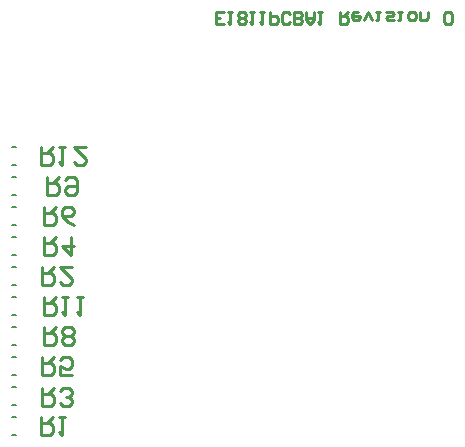
<source format=gbo>
G04*
G04 #@! TF.GenerationSoftware,Altium Limited,Altium Designer,20.0.14 (345)*
G04*
G04 Layer_Color=32896*
%FSLAX25Y25*%
%MOIN*%
G70*
G01*
G75*
%ADD10C,0.01000*%
%ADD20C,0.00591*%
D10*
X103166Y145000D02*
X100500D01*
Y148999D01*
X103166D01*
X100500Y146999D02*
X101833D01*
X104499Y148999D02*
X105832D01*
X105165D01*
Y145000D01*
X104499Y145666D01*
X107831D02*
X108497Y145000D01*
X109830D01*
X110497Y145666D01*
Y146333D01*
X109830Y146999D01*
X110497Y147666D01*
Y148332D01*
X109830Y148999D01*
X108497D01*
X107831Y148332D01*
Y147666D01*
X108497Y146999D01*
X107831Y146333D01*
Y145666D01*
X108497Y146999D02*
X109830D01*
X111830Y148999D02*
X113163D01*
X112496D01*
Y145000D01*
X111830Y145666D01*
X115162Y148999D02*
X116495D01*
X115828D01*
Y145000D01*
X115162Y145666D01*
X118494Y148999D02*
Y145000D01*
X120494D01*
X121160Y145666D01*
Y146999D01*
X120494Y147666D01*
X118494D01*
X125159Y145666D02*
X124492Y145000D01*
X123159D01*
X122493Y145666D01*
Y148332D01*
X123159Y148999D01*
X124492D01*
X125159Y148332D01*
X126492Y145000D02*
Y148999D01*
X128491D01*
X129157Y148332D01*
Y147666D01*
X128491Y146999D01*
X126492D01*
X128491D01*
X129157Y146333D01*
Y145666D01*
X128491Y145000D01*
X126492D01*
X130490Y148999D02*
Y146333D01*
X131823Y145000D01*
X133156Y146333D01*
Y148999D01*
Y146999D01*
X130490D01*
X134489Y148999D02*
X135822D01*
X135155D01*
Y145000D01*
X134489Y145666D01*
X141820Y148999D02*
Y145000D01*
X143819D01*
X144486Y145666D01*
Y146999D01*
X143819Y147666D01*
X141820D01*
X143153D02*
X144486Y148999D01*
X147818D02*
X146485D01*
X145819Y148332D01*
Y146999D01*
X146485Y146333D01*
X147818D01*
X148485Y146999D01*
Y147666D01*
X145819D01*
X149817Y146333D02*
X151150Y148999D01*
X152483Y146333D01*
X153816Y148999D02*
X155149D01*
X154483D01*
Y146333D01*
X153816D01*
X157148Y148999D02*
X159148D01*
X159814Y148332D01*
X159148Y147666D01*
X157815D01*
X157148Y146999D01*
X157815Y146333D01*
X159814D01*
X161147Y148999D02*
X162480D01*
X161814D01*
Y146333D01*
X161147D01*
X165146Y148999D02*
X166479D01*
X167145Y148332D01*
Y146999D01*
X166479Y146333D01*
X165146D01*
X164479Y146999D01*
Y148332D01*
X165146Y148999D01*
X168478D02*
Y146333D01*
X170477D01*
X171144Y146999D01*
Y148999D01*
X176476Y145666D02*
X177142Y145000D01*
X178475D01*
X179141Y145666D01*
Y148332D01*
X178475Y148999D01*
X177142D01*
X176476Y148332D01*
Y145666D01*
X42002Y103999D02*
X42002Y98001D01*
X45002Y98001D01*
X46001Y99001D01*
X46001Y101000D01*
X45002Y102000D01*
X42002Y102000D01*
X44002Y102000D02*
X46001Y103999D01*
X48000Y103999D02*
X50000Y103999D01*
X49000Y103999D01*
X49000Y98001D01*
X48000Y99001D01*
X56998Y103999D02*
X52999Y103999D01*
X56998Y100000D01*
X56998Y99001D01*
X55998Y98001D01*
X53999Y98001D01*
X52999Y99001D01*
X43002Y53999D02*
Y48001D01*
X46001D01*
X47001Y49001D01*
Y51000D01*
X46001Y52000D01*
X43002D01*
X45002D02*
X47001Y53999D01*
X49000D02*
X50999D01*
X50000D01*
Y48001D01*
X49000Y49001D01*
X53999Y53999D02*
X55998D01*
X54998D01*
Y48001D01*
X53999Y49001D01*
X44002Y93999D02*
Y88001D01*
X47001D01*
X48000Y89001D01*
Y91000D01*
X47001Y92000D01*
X44002D01*
X46001D02*
X48000Y93999D01*
X50000Y92999D02*
X50999Y93999D01*
X52999D01*
X53998Y92999D01*
Y89001D01*
X52999Y88001D01*
X50999D01*
X50000Y89001D01*
Y90000D01*
X50999Y91000D01*
X53998D01*
X43011Y44015D02*
X42992Y38017D01*
X45991Y38007D01*
X46994Y39004D01*
X47000Y41003D01*
X46004Y42006D01*
X43005Y42015D01*
X45004Y42009D02*
X47010Y44002D01*
X48993Y38998D02*
X49990Y37995D01*
X51989Y37988D01*
X52992Y38985D01*
X52995Y39985D01*
X51999Y40988D01*
X53001Y41984D01*
X53005Y42984D01*
X52008Y43986D01*
X50009Y43993D01*
X49006Y42996D01*
X49003Y41996D01*
X49999Y40994D01*
X48997Y39997D01*
X48993Y38998D01*
X49999Y40994D02*
X51999Y40988D01*
X43035Y84054D02*
X42969Y78056D01*
X45968Y78023D01*
X46979Y79012D01*
X47000Y81011D01*
X46012Y82021D01*
X43013Y82054D01*
X45012Y82032D02*
X47033Y84010D01*
X52965Y77947D02*
X50977Y78968D01*
X49000Y80989D01*
X49022Y82988D01*
X50032Y83977D01*
X52031Y83955D01*
X53020Y82945D01*
X53009Y81945D01*
X51999Y80956D01*
X49000Y80989D01*
X42534Y34052D02*
X42470Y28054D01*
X45469Y28022D01*
X46479Y29011D01*
X46500Y31010D01*
X45511Y32021D01*
X42513Y32052D01*
X44512Y32031D02*
X46532Y34009D01*
X52466Y27948D02*
X48468Y27991D01*
X48500Y30989D01*
X50488Y29969D01*
X51488Y29958D01*
X52498Y30947D01*
X52519Y32946D01*
X51530Y33957D01*
X49531Y33978D01*
X48521Y32989D01*
X43002Y73999D02*
Y68001D01*
X46001D01*
X47000Y69001D01*
Y71000D01*
X46001Y72000D01*
X43002D01*
X45001D02*
X47000Y73999D01*
X51999D02*
Y68001D01*
X49000Y71000D01*
X52998D01*
X42261Y23499D02*
Y17501D01*
X45261D01*
X46260Y18501D01*
Y20500D01*
X45261Y21500D01*
X42261D01*
X44261D02*
X46260Y23499D01*
X48259Y18501D02*
X49259Y17501D01*
X51259D01*
X52258Y18501D01*
Y19500D01*
X51259Y20500D01*
X50259D01*
X51259D01*
X52258Y21500D01*
Y22499D01*
X51259Y23499D01*
X49259D01*
X48259Y22499D01*
X42502Y63999D02*
Y58001D01*
X45501D01*
X46500Y59001D01*
Y61000D01*
X45501Y62000D01*
X42502D01*
X44501D02*
X46500Y63999D01*
X52498D02*
X48500D01*
X52498Y60000D01*
Y59001D01*
X51499Y58001D01*
X49499D01*
X48500Y59001D01*
X42001Y13999D02*
Y8001D01*
X45000D01*
X46000Y9001D01*
Y11000D01*
X45000Y12000D01*
X42001D01*
X44001D02*
X46000Y13999D01*
X47999D02*
X49999D01*
X48999D01*
Y8001D01*
X47999Y9001D01*
D20*
X32409Y28047D02*
X33591D01*
X32409Y33953D02*
X33591D01*
X32409Y98047D02*
X33591D01*
X32409Y103953D02*
X33591D01*
X32409Y88047D02*
X33591D01*
X32409Y93953D02*
X33591D01*
X32409Y78047D02*
X33591D01*
X32409Y83953D02*
X33591D01*
X32409Y68047D02*
X33590D01*
X32409Y73953D02*
X33590D01*
X32409Y58047D02*
X33591D01*
X32409Y63953D02*
X33591D01*
X32409Y48047D02*
X33591D01*
X32409Y53953D02*
X33591D01*
X32409Y18047D02*
X33591D01*
X32409Y23953D02*
X33591D01*
X32409Y38047D02*
X33591D01*
X32409Y43953D02*
X33591D01*
X32409Y8047D02*
X33591D01*
X32409Y13953D02*
X33591D01*
M02*

</source>
